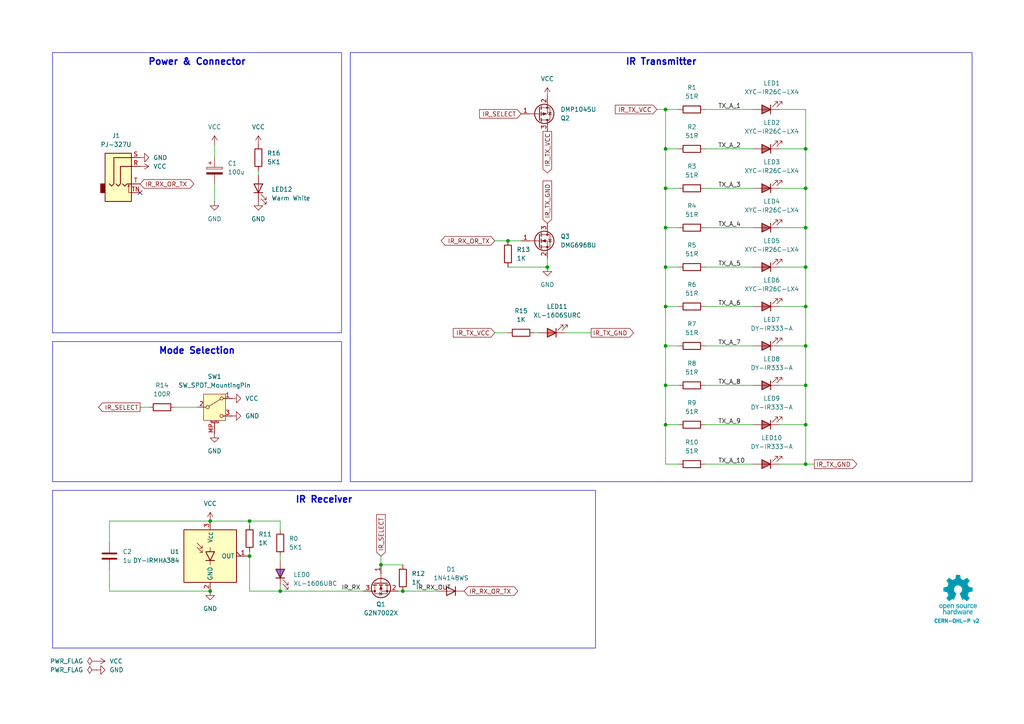
<source format=kicad_sch>
(kicad_sch (version 20231120) (generator "eeschema") (generator_version "8.0")
  (paper "A4")
  (lib_symbols
    (symbol "Device:C" (pin_numbers hide) (pin_names (offset 0.254))
      (property "Reference" "C" (at 0.635 2.54 0))
      (property "Value" "C" (at 0.635 -2.54 0))
      (symbol "C_0_1"
        (polyline (pts (xy -2.032 -0.762) (xy 2.032 -0.762)) (stroke (width 0.508)))
        (polyline (pts (xy -2.032 0.762) (xy 2.032 0.762)) (stroke (width 0.508)))
      )
      (symbol "C_1_1"
        (pin passive line (at 0 3.81 270) (length 2.794) (name "~") (number "1"))
        (pin passive line (at 0 -3.81 90) (length 2.794) (name "~") (number "2"))
      )
    )
    (symbol "Device:C_Polarized" (pin_numbers hide) (pin_names (offset 0.254))
      (property "Reference" "C" (at 0.635 2.54 0))
      (property "Value" "C_Polarized" (at 0.635 -2.54 0))
      (symbol "C_Polarized_0_1"
        (rectangle (start -2.286 0.508) (end 2.286 1.016))
        (polyline (pts (xy -1.778 2.286) (xy -0.762 2.286)))
        (polyline (pts (xy -1.27 2.794) (xy -1.27 1.778)))
        (rectangle (start 2.286 -0.508) (end -2.286 -1.016) (fill (type outline)))
      )
      (symbol "C_Polarized_1_1"
        (pin passive line (at 0 3.81 270) (length 2.794) (name "~") (number "1"))
        (pin passive line (at 0 -3.81 90) (length 2.794) (name "~") (number "2"))
      )
    )
    (symbol "Device:LED" (pin_numbers hide) (pin_names (offset 1.016) hide)
      (property "Reference" "D" (at 0 2.54 0))
      (property "Value" "LED" (at 0 -2.54 0))
      (symbol "LED_0_1"
        (polyline (pts (xy -1.27 -1.27) (xy -1.27 1.27)) (stroke (width 0.254)))
        (polyline (pts (xy -1.27 0) (xy 1.27 0)))
        (polyline (pts (xy 1.27 -1.27) (xy 1.27 1.27) (xy -1.27 0) (xy 1.27 -1.27)) (stroke (width 0.254)))
        (polyline (pts (xy -3.048 -0.762) (xy -4.572 -2.286) (xy -3.81 -2.286) (xy -4.572 -2.286) (xy -4.572 -1.524)))
        (polyline (pts (xy -1.778 -0.762) (xy -3.302 -2.286) (xy -2.54 -2.286) (xy -3.302 -2.286) (xy -3.302 -1.524)))
      )
      (symbol "LED_1_1"
        (pin passive line (at -3.81 0 0) (length 2.54) (name "K") (number "1"))
        (pin passive line (at 3.81 0 180) (length 2.54) (name "A") (number "2"))
      )
    )
    (symbol "Device:R" (pin_numbers hide) (pin_names (offset 0))
      (property "Reference" "R" (at 2.032 0 90))
      (property "Value" "R" (at 0 0 90))
      (symbol "R_0_1"
        (rectangle (start -1.016 -2.54) (end 1.016 2.54) (stroke (width 0.254)))
      )
      (symbol "R_1_1"
        (pin passive line (at 0 3.81 270) (length 1.27) (name "~") (number "1"))
        (pin passive line (at 0 -3.81 90) (length 1.27) (name "~") (number "2"))
      )
    )
    (symbol "Diode:1N4148WS" (pin_numbers hide) (pin_names hide)
      (property "Reference" "D" (at 0 2.54 0))
      (property "Value" "1N4148WS" (at 0 -2.54 0))
      (symbol "1N4148WS_0_1"
        (polyline (pts (xy -1.27 1.27) (xy -1.27 -1.27)) (stroke (width 0.254)))
        (polyline (pts (xy 1.27 0) (xy -1.27 0)))
        (polyline (pts (xy 1.27 1.27) (xy 1.27 -1.27) (xy -1.27 0) (xy 1.27 1.27)) (stroke (width 0.254)))
      )
      (symbol "1N4148WS_1_1"
        (pin passive line (at -3.81 0 0) (length 2.54) (name "K") (number "1"))
        (pin passive line (at 3.81 0 180) (length 2.54) (name "A") (number "2"))
      )
    )
    (symbol "connector:AudioJack3_SwitchT_PJ-327U"
      (property "Reference" "J" (at 0 8.89 0))
      (property "Value" "PJ-327U" (at 0 6.35 0))
      (symbol "AudioJack3_SwitchT_PJ-327U_0_1"
        (rectangle (start -5.08 -5.08) (end -6.35 -7.62) (stroke (width 0.254)) (fill (type outline)))
        (polyline (pts (xy 1.778 -5.334) (xy 2.032 -5.842)))
        (polyline (pts (xy 0 -5.08) (xy 0.635 -5.715) (xy 1.27 -5.08) (xy 2.54 -5.08)) (stroke (width 0.254)))
        (polyline (pts (xy 2.54 -7.62) (xy 1.778 -7.62) (xy 1.778 -5.334) (xy 1.524 -5.842)))
        (polyline (pts (xy -1.905 -5.08) (xy -1.27 -5.715) (xy -0.635 -5.08) (xy -0.635 0) (xy 2.54 0)) (stroke (width 0.254)))
        (polyline (pts (xy 2.54 2.54) (xy -2.54 2.54) (xy -2.54 -5.08) (xy -3.175 -5.715) (xy -3.81 -5.08)) (stroke (width 0.254)))
        (rectangle (start 2.54 3.81) (end -5.08 -10.16) (stroke (width 0.254)) (fill (type background)))
      )
      (symbol "AudioJack3_SwitchT_PJ-327U_1_1"
        (pin passive line (at 5.08 0 180) (length 2.54) (name "~") (number "R"))
        (pin passive line (at 5.08 2.54 180) (length 2.54) (name "~") (number "S"))
        (pin passive line (at 5.08 -5.08 180) (length 2.54) (name "~") (number "T"))
        (pin passive line (at 5.08 -7.62 180) (length 2.54) (name "~") (number "TN"))
      )
    )
    (symbol "discrete:DMG6968U" (pin_names hide)
      (property "Reference" "Q" (at 5.08 1.905 0))
      (property "Value" "DMG6968U" (at 5.08 0 0))
      (symbol "DMG6968U_0_1"
        (polyline (pts (xy 0.254 0) (xy -2.54 0)))
        (polyline (pts (xy 0.254 1.905) (xy 0.254 -1.905)) (stroke (width 0.254)))
        (polyline (pts (xy 0.762 -1.27) (xy 0.762 -2.286)) (stroke (width 0.254)))
        (polyline (pts (xy 0.762 0.508) (xy 0.762 -0.508)) (stroke (width 0.254)))
        (polyline (pts (xy 0.762 2.286) (xy 0.762 1.27)) (stroke (width 0.254)))
        (polyline (pts (xy 2.54 2.54) (xy 2.54 1.778)))
        (polyline (pts (xy 2.54 -2.54) (xy 2.54 0) (xy 0.762 0)))
        (polyline (pts (xy 0.762 -1.778) (xy 3.302 -1.778) (xy 3.302 1.778) (xy 0.762 1.778)))
        (polyline (pts (xy 1.016 0) (xy 2.032 0.381) (xy 2.032 -0.381) (xy 1.016 0)) (fill (type outline)))
        (polyline (pts (xy 2.794 0.508) (xy 2.921 0.381) (xy 3.683 0.381) (xy 3.81 0.254)))
        (polyline (pts (xy 3.302 0.381) (xy 2.921 -0.254) (xy 3.683 -0.254) (xy 3.302 0.381)))
        (circle (center 1.651 0) (radius 2.794) (stroke (width 0.254)))
        (circle (center 2.54 -1.778) (radius 0.254) (fill (type outline)))
        (circle (center 2.54 1.778) (radius 0.254) (fill (type outline)))
      )
      (symbol "DMG6968U_1_1"
        (pin input line (at -5.08 0 0) (length 2.54) (name "G") (number "1"))
        (pin passive line (at 2.54 -5.08 90) (length 2.54) (name "S") (number "2"))
        (pin passive line (at 2.54 5.08 270) (length 2.54) (name "D") (number "3"))
      )
    )
    (symbol "discrete:DMP1045U" (pin_names hide)
      (property "Reference" "Q" (at 5.08 1.905 0))
      (property "Value" "DMP1045U" (at 5.08 0 0))
      (symbol "DMP1045U_0_1"
        (polyline (pts (xy 0.254 0) (xy -2.54 0)))
        (polyline (pts (xy 0.254 1.905) (xy 0.254 -1.905)) (stroke (width 0.254)))
        (polyline (pts (xy 0.762 -1.27) (xy 0.762 -2.286)) (stroke (width 0.254)))
        (polyline (pts (xy 0.762 0.508) (xy 0.762 -0.508)) (stroke (width 0.254)))
        (polyline (pts (xy 0.762 2.286) (xy 0.762 1.27)) (stroke (width 0.254)))
        (polyline (pts (xy 2.54 2.54) (xy 2.54 1.778)))
        (polyline (pts (xy 2.54 -2.54) (xy 2.54 0) (xy 0.762 0)))
        (polyline (pts (xy 0.762 1.778) (xy 3.302 1.778) (xy 3.302 -1.778) (xy 0.762 -1.778)))
        (polyline (pts (xy 2.286 0) (xy 1.27 0.381) (xy 1.27 -0.381) (xy 2.286 0)) (fill (type outline)))
        (polyline (pts (xy 2.794 -0.508) (xy 2.921 -0.381) (xy 3.683 -0.381) (xy 3.81 -0.254)))
        (polyline (pts (xy 3.302 -0.381) (xy 2.921 0.254) (xy 3.683 0.254) (xy 3.302 -0.381)))
        (circle (center 1.651 0) (radius 2.794) (stroke (width 0.254)))
        (circle (center 2.54 -1.778) (radius 0.254) (fill (type outline)))
        (circle (center 2.54 1.778) (radius 0.254) (fill (type outline)))
      )
      (symbol "DMP1045U_1_1"
        (pin input line (at -5.08 0 0) (length 2.54) (name "G") (number "1"))
        (pin passive line (at 2.54 -5.08 90) (length 2.54) (name "S") (number "2"))
        (pin passive line (at 2.54 5.08 270) (length 2.54) (name "D") (number "3"))
      )
    )
    (symbol "discrete:DY-IR333-A" (pin_numbers hide) (pin_names (offset 1.016) hide)
      (property "Reference" "D" (at 0 2.54 0))
      (property "Value" "DY-IR333-A" (at 0 -2.54 0))
      (symbol "DY-IR333-A_0_1"
        (polyline (pts (xy -1.27 -1.27) (xy -1.27 1.27)) (stroke (width 0.254)))
        (polyline (pts (xy -3.048 -0.762) (xy -4.572 -2.286) (xy -3.81 -2.286) (xy -4.572 -2.286) (xy -4.572 -1.524)))
        (polyline (pts (xy -1.778 -0.762) (xy -3.302 -2.286) (xy -2.54 -2.286) (xy -3.302 -2.286) (xy -3.302 -1.524)))
      )
      (symbol "DY-IR333-A_1_1"
        (polyline (pts (xy -1.27 0) (xy 1.27 0)))
        (polyline (pts (xy 1.27 -1.27) (xy 1.27 1.27) (xy -1.27 0) (xy 1.27 -1.27)) (stroke (width 0.254)) (fill (type color) (color 132 0 0 0.5333333333)))
        (pin passive line (at -3.81 0 0) (length 2.54) (name "K") (number "1"))
        (pin passive line (at 3.81 0 180) (length 2.54) (name "A") (number "2"))
      )
    )
    (symbol "discrete:DY-IRMHA384"
      (property "Reference" "U" (at 2.54 12.7 0))
      (property "Value" "DY-IRMHA384" (at 2.54 10.16 0))
      (symbol "DY-IRMHA384_0_1"
        (polyline (pts (xy 0 -2.54) (xy 0 -1.27)))
        (polyline (pts (xy 0 1.27) (xy 0 2.54)))
        (polyline (pts (xy 1.27 -1.27) (xy -1.27 -1.27)) (stroke (width 0.254)))
        (polyline (pts (xy 1.27 1.27) (xy -1.27 1.27) (xy 0 -1.27) (xy 1.27 1.27)) (stroke (width 0.254)))
        (polyline (pts (xy -3.81 2.54) (xy -2.286 1.016) (xy -2.286 1.778) (xy -2.286 1.016) (xy -3.048 1.016)))
        (polyline (pts (xy -3.81 3.81) (xy -2.286 2.286) (xy -2.286 3.048) (xy -2.286 2.286) (xy -3.048 2.286)))
      )
      (symbol "DY-IRMHA384_1_1"
        (rectangle (start -7.62 7.62) (end 7.62 -7.62) (stroke (width 0.254)) (fill (type background)))
        (pin output output_low (at 11.43 0 180) (length 3.81) (name "OUT") (number "1"))
        (pin power_in line (at 0 -10.16 90) (length 2.54) (name "GND") (number "2"))
        (pin power_in line (at 0 10.16 270) (length 2.54) (name "V_{CC}") (number "3"))
      )
    )
    (symbol "discrete:G2N7002X" (pin_names hide)
      (property "Reference" "Q" (at 5.08 1.905 0))
      (property "Value" "G2N7002X" (at 5.08 0 0))
      (symbol "G2N7002X_0_1"
        (polyline (pts (xy 0.254 0) (xy -2.54 0)))
        (polyline (pts (xy 0.254 1.905) (xy 0.254 -1.905)) (stroke (width 0.254)))
        (polyline (pts (xy 0.762 -1.27) (xy 0.762 -2.286)) (stroke (width 0.254)))
        (polyline (pts (xy 0.762 0.508) (xy 0.762 -0.508)) (stroke (width 0.254)))
        (polyline (pts (xy 0.762 2.286) (xy 0.762 1.27)) (stroke (width 0.254)))
        (polyline (pts (xy 2.54 2.54) (xy 2.54 1.778)))
        (polyline (pts (xy 2.54 -2.54) (xy 2.54 0) (xy 0.762 0)))
        (polyline (pts (xy 0.762 -1.778) (xy 3.302 -1.778) (xy 3.302 1.778) (xy 0.762 1.778)))
        (polyline (pts (xy 1.016 0) (xy 2.032 0.381) (xy 2.032 -0.381) (xy 1.016 0)) (fill (type outline)))
        (polyline (pts (xy 2.794 0.508) (xy 2.921 0.381) (xy 3.683 0.381) (xy 3.81 0.254)))
        (polyline (pts (xy 3.302 0.381) (xy 2.921 -0.254) (xy 3.683 -0.254) (xy 3.302 0.381)))
        (circle (center 1.651 0) (radius 2.794) (stroke (width 0.254)))
        (circle (center 2.54 -1.778) (radius 0.254) (fill (type outline)))
        (circle (center 2.54 1.778) (radius 0.254) (fill (type outline)))
      )
      (symbol "G2N7002X_1_1"
        (pin input line (at -5.08 0 0) (length 2.54) (name "G") (number "1"))
        (pin passive line (at 2.54 -5.08 90) (length 2.54) (name "S") (number "2"))
        (pin passive line (at 2.54 5.08 270) (length 2.54) (name "D") (number "3"))
      )
    )
    (symbol "discrete:XL-1606SURC" (pin_numbers hide) (pin_names (offset 1.016) hide)
      (property "Reference" "D" (at 0 2.54 0))
      (property "Value" "XL-1606SURC" (at 0 -2.54 0))
      (symbol "XL-1606SURC_0_1"
        (polyline (pts (xy -1.27 -1.27) (xy -1.27 1.27)) (stroke (width 0.254)))
        (polyline (pts (xy -3.048 -0.762) (xy -4.572 -2.286) (xy -3.81 -2.286) (xy -4.572 -2.286) (xy -4.572 -1.524)))
        (polyline (pts (xy -1.778 -0.762) (xy -3.302 -2.286) (xy -2.54 -2.286) (xy -3.302 -2.286) (xy -3.302 -1.524)))
      )
      (symbol "XL-1606SURC_1_1"
        (polyline (pts (xy -1.27 0) (xy 1.27 0)))
        (polyline (pts (xy 1.27 -1.27) (xy 1.27 1.27) (xy -1.27 0) (xy 1.27 -1.27)) (stroke (width 0.254)) (fill (type color) (color 255 0 0 0.5019607843)))
        (pin passive line (at -3.81 0 0) (length 2.54) (name "K") (number "1"))
        (pin passive line (at 3.81 0 180) (length 2.54) (name "A") (number "2"))
      )
    )
    (symbol "discrete:XL-1606UBC" (pin_numbers hide) (pin_names (offset 1.016) hide)
      (property "Reference" "D" (at 0 2.54 0))
      (property "Value" "XL-1606UBC" (at 0 -2.54 0))
      (symbol "XL-1606UBC_0_1"
        (polyline (pts (xy -1.27 -1.27) (xy -1.27 1.27)) (stroke (width 0.254)))
        (polyline (pts (xy -3.048 -0.762) (xy -4.572 -2.286) (xy -3.81 -2.286) (xy -4.572 -2.286) (xy -4.572 -1.524)))
        (polyline (pts (xy -1.778 -0.762) (xy -3.302 -2.286) (xy -2.54 -2.286) (xy -3.302 -2.286) (xy -3.302 -1.524)))
      )
      (symbol "XL-1606UBC_1_1"
        (polyline (pts (xy -1.27 0) (xy 1.27 0)))
        (polyline (pts (xy 1.27 -1.27) (xy 1.27 1.27) (xy -1.27 0) (xy 1.27 -1.27)) (stroke (width 0.254)) (fill (type color) (color 0 0 255 0.5)))
        (pin passive line (at -3.81 0 0) (length 2.54) (name "K") (number "1"))
        (pin passive line (at 3.81 0 180) (length 2.54) (name "A") (number "2"))
      )
    )
    (symbol "discrete:XYC-IR26C-LX4" (pin_numbers hide) (pin_names (offset 1.016) hide)
      (property "Reference" "D" (at 0 2.54 0))
      (property "Value" "XYC-IR26C-LX4" (at 0 -2.54 0))
      (symbol "XYC-IR26C-LX4_0_1"
        (polyline (pts (xy -1.27 -1.27) (xy -1.27 1.27)) (stroke (width 0.254)))
        (polyline (pts (xy -3.048 -0.762) (xy -4.572 -2.286) (xy -3.81 -2.286) (xy -4.572 -2.286) (xy -4.572 -1.524)))
        (polyline (pts (xy -1.778 -0.762) (xy -3.302 -2.286) (xy -2.54 -2.286) (xy -3.302 -2.286) (xy -3.302 -1.524)))
      )
      (symbol "XYC-IR26C-LX4_1_1"
        (polyline (pts (xy -1.27 0) (xy 1.27 0)))
        (polyline (pts (xy 1.27 -1.27) (xy 1.27 1.27) (xy -1.27 0) (xy 1.27 -1.27)) (stroke (width 0.254)) (fill (type color) (color 132 0 0 0.5333333333)))
        (pin passive line (at -3.81 0 0) (length 2.54) (name "K") (number "1"))
        (pin passive line (at 3.81 0 180) (length 2.54) (name "A") (number "2"))
      )
    )
    (symbol "electromechanical:SW_SPDT_MountingPin" (pin_names (offset 0) hide)
      (property "Reference" "SW" (at 0 5.08 0))
      (property "Value" "SW_SPDT_MountingPin" (at 0 -5.08 0))
      (symbol "SW_SPDT_MountingPin_0_1"
        (circle (center -2.032 0) (radius 0.4572))
        (polyline (pts (xy -1.651 0.254) (xy 1.651 2.286)))
        (circle (center 2.032 -2.54) (radius 0.4572))
        (circle (center 2.032 2.54) (radius 0.4572))
      )
      (symbol "SW_SPDT_MountingPin_1_1"
        (rectangle (start -3.175 3.81) (end 3.175 -3.81) (fill (type background)))
        (polyline (pts (xy -1.016 -4.572) (xy 1.016 -4.572)) (stroke (width 0.1524)))
        (text "Mounting" (at 0 -4.191 0) (effects (font (size 0.381 0.381))))
        (pin passive line (at 5.08 2.54 180) (length 2.54) (name "A") (number "1"))
        (pin passive line (at -5.08 0 0) (length 2.54) (name "B") (number "2"))
        (pin passive line (at 5.08 -2.54 180) (length 2.54) (name "C") (number "3"))
        (pin passive line (at 0 -7.62 90) (length 3.048) (name "MountPin") (number "MP"))
      )
    )
    (symbol "power:+5V" (power) (pin_numbers hide) (pin_names (offset 0) hide)
      (property "Value" "+5V" (at 0 3.556 0))
      (symbol "+5V_0_1"
        (polyline (pts (xy -0.762 1.27) (xy 0 2.54)))
        (polyline (pts (xy 0 0) (xy 0 2.54)))
        (polyline (pts (xy 0 2.54) (xy 0.762 1.27)))
      )
      (symbol "+5V_1_1"
        (pin power_in line (at 0 0 90) (length 0) (name "~") (number "1"))
      )
    )
    (symbol "power:GND" (power) (pin_numbers hide) (pin_names (offset 0) hide)
      (property "Value" "GND" (at 0 -3.81 0))
      (symbol "GND_0_1"
        (polyline (pts (xy 0 0) (xy 0 -1.27) (xy 1.27 -1.27) (xy 0 -2.54) (xy -1.27 -1.27) (xy 0 -1.27)))
      )
      (symbol "GND_1_1"
        (pin power_in line (at 0 0 270) (length 0) (name "~") (number "1"))
      )
    )
    (symbol "power:PWR_FLAG" (power) (pin_numbers hide) (pin_names (offset 0) hide)
      (property "Value" "PWR_FLAG" (at 0 3.81 0))
      (symbol "PWR_FLAG_0_0"
        (pin power_out line (at 0 0 90) (length 0) (name "~") (number "1"))
      )
      (symbol "PWR_FLAG_0_1"
        (polyline (pts (xy 0 0) (xy 0 1.27) (xy -1.016 1.905) (xy 0 2.54) (xy 1.016 1.905) (xy 0 1.27)))
      )
    )
    (symbol "power:VCC" (power) (pin_numbers hide) (pin_names (offset 0) hide)
      (property "Value" "VCC" (at 0 3.556 0))
      (symbol "VCC_0_1"
        (polyline (pts (xy -0.762 1.27) (xy 0 2.54)))
        (polyline (pts (xy 0 0) (xy 0 2.54)))
        (polyline (pts (xy 0 2.54) (xy 0.762 1.27)))
      )
      (symbol "VCC_1_1"
        (pin power_in line (at 0 0 90) (length 0) (name "~") (number "1"))
      )
    )
  )
  (junction (at 60.96 171.45))
  (junction (at 233.68 134.62))
  (junction (at 233.68 66.04))
  (junction (at 193.04 123.19))
  (junction (at 193.04 111.76))
  (junction (at 233.68 100.33))
  (junction (at 233.68 54.61))
  (junction (at 233.68 43.18))
  (junction (at 158.75 77.47))
  (junction (at 60.96 151.13))
  (junction (at 193.04 43.18))
  (junction (at 116.84 171.45))
  (junction (at 233.68 123.19))
  (junction (at 193.04 88.9))
  (junction (at 110.49 163.83))
  (junction (at 72.39 151.13))
  (junction (at 147.32 69.85))
  (junction (at 233.68 77.47))
  (junction (at 193.04 31.75))
  (junction (at 193.04 66.04))
  (junction (at 193.04 54.61))
  (junction (at 193.04 100.33))
  (junction (at 193.04 77.47))
  (junction (at 81.28 171.45))
  (junction (at 233.68 88.9))
  (junction (at 72.39 161.29))
  (junction (at 233.68 111.76))
  (no_connect (at 40.64 55.88))
  (wire (pts (xy 62.23 53.34) (xy 62.23 58.42)))
  (wire (pts (xy 193.04 54.61) (xy 193.04 66.04)))
  (wire (pts (xy 116.84 171.45) (xy 115.57 171.45)))
  (wire (pts (xy 226.06 66.04) (xy 233.68 66.04)))
  (wire (pts (xy 158.75 77.47) (xy 147.32 77.47)))
  (wire (pts (xy 143.51 69.85) (xy 147.32 69.85)))
  (wire (pts (xy 154.94 96.52) (xy 156.21 96.52)))
  (wire (pts (xy 193.04 77.47) (xy 196.85 77.47)))
  (wire (pts (xy 116.84 171.45) (xy 127 171.45)))
  (wire (pts (xy 50.8 118.11) (xy 57.15 118.11)))
  (wire (pts (xy 226.06 111.76) (xy 233.68 111.76)))
  (wire (pts (xy 40.64 118.11) (xy 43.18 118.11)))
  (wire (pts (xy 193.04 31.75) (xy 193.04 43.18)))
  (wire (pts (xy 204.47 134.62) (xy 218.44 134.62)))
  (wire (pts (xy 193.04 43.18) (xy 193.04 54.61)))
  (wire (pts (xy 226.06 77.47) (xy 233.68 77.47)))
  (wire (pts (xy 204.47 54.61) (xy 218.44 54.61)))
  (wire (pts (xy 158.75 74.93) (xy 158.75 77.47)))
  (wire (pts (xy 204.47 43.18) (xy 218.44 43.18)))
  (wire (pts (xy 163.83 96.52) (xy 171.45 96.52)))
  (wire (pts (xy 143.51 96.52) (xy 147.32 96.52)))
  (wire (pts (xy 81.28 161.29) (xy 81.28 162.56)))
  (wire (pts (xy 193.04 111.76) (xy 196.85 111.76)))
  (wire (pts (xy 236.22 134.62) (xy 233.68 134.62)))
  (wire (pts (xy 74.93 49.53) (xy 74.93 50.8)))
  (wire (pts (xy 204.47 66.04) (xy 218.44 66.04)))
  (wire (pts (xy 226.06 88.9) (xy 233.68 88.9)))
  (wire (pts (xy 110.49 161.29) (xy 110.49 163.83)))
  (wire (pts (xy 193.04 66.04) (xy 193.04 77.47)))
  (wire (pts (xy 81.28 171.45) (xy 72.39 171.45)))
  (wire (pts (xy 31.75 171.45) (xy 60.96 171.45)))
  (wire (pts (xy 193.04 134.62) (xy 196.85 134.62)))
  (wire (pts (xy 226.06 134.62) (xy 233.68 134.62)))
  (wire (pts (xy 193.04 88.9) (xy 193.04 100.33)))
  (wire (pts (xy 81.28 170.18) (xy 81.28 171.45)))
  (wire (pts (xy 204.47 123.19) (xy 218.44 123.19)))
  (wire (pts (xy 226.06 100.33) (xy 233.68 100.33)))
  (wire (pts (xy 62.23 41.91) (xy 62.23 45.72)))
  (wire (pts (xy 147.32 69.85) (xy 151.13 69.85)))
  (wire (pts (xy 72.39 160.02) (xy 72.39 161.29)))
  (wire (pts (xy 193.04 77.47) (xy 193.04 88.9)))
  (wire (pts (xy 233.68 134.62) (xy 233.68 123.19)))
  (wire (pts (xy 72.39 161.29) (xy 72.39 171.45)))
  (wire (pts (xy 31.75 157.48) (xy 31.75 151.13)))
  (wire (pts (xy 204.47 88.9) (xy 218.44 88.9)))
  (wire (pts (xy 193.04 111.76) (xy 193.04 123.19)))
  (wire (pts (xy 204.47 100.33) (xy 218.44 100.33)))
  (wire (pts (xy 81.28 151.13) (xy 72.39 151.13)))
  (wire (pts (xy 233.68 54.61) (xy 233.68 43.18)))
  (wire (pts (xy 233.68 31.75) (xy 226.06 31.75)))
  (wire (pts (xy 81.28 151.13) (xy 81.28 153.67)))
  (wire (pts (xy 193.04 100.33) (xy 193.04 111.76)))
  (wire (pts (xy 72.39 152.4) (xy 72.39 151.13)))
  (wire (pts (xy 193.04 123.19) (xy 193.04 134.62)))
  (wire (pts (xy 193.04 31.75) (xy 196.85 31.75)))
  (wire (pts (xy 31.75 151.13) (xy 60.96 151.13)))
  (wire (pts (xy 193.04 43.18) (xy 196.85 43.18)))
  (wire (pts (xy 204.47 77.47) (xy 218.44 77.47)))
  (wire (pts (xy 233.68 43.18) (xy 233.68 31.75)))
  (wire (pts (xy 233.68 123.19) (xy 233.68 111.76)))
  (wire (pts (xy 193.04 100.33) (xy 196.85 100.33)))
  (wire (pts (xy 233.68 88.9) (xy 233.68 77.47)))
  (wire (pts (xy 233.68 100.33) (xy 233.68 88.9)))
  (wire (pts (xy 193.04 54.61) (xy 196.85 54.61)))
  (wire (pts (xy 204.47 111.76) (xy 218.44 111.76)))
  (wire (pts (xy 233.68 111.76) (xy 233.68 100.33)))
  (wire (pts (xy 81.28 171.45) (xy 105.41 171.45)))
  (wire (pts (xy 116.84 163.83) (xy 110.49 163.83)))
  (wire (pts (xy 190.5 31.75) (xy 193.04 31.75)))
  (wire (pts (xy 60.96 151.13) (xy 72.39 151.13)))
  (wire (pts (xy 226.06 43.18) (xy 233.68 43.18)))
  (wire (pts (xy 193.04 88.9) (xy 196.85 88.9)))
  (wire (pts (xy 233.68 66.04) (xy 233.68 54.61)))
  (wire (pts (xy 226.06 54.61) (xy 233.68 54.61)))
  (wire (pts (xy 233.68 77.47) (xy 233.68 66.04)))
  (wire (pts (xy 193.04 66.04) (xy 196.85 66.04)))
  (wire (pts (xy 204.47 31.75) (xy 218.44 31.75)))
  (wire (pts (xy 226.06 123.19) (xy 233.68 123.19)))
  (wire (pts (xy 31.75 165.1) (xy 31.75 171.45)))
  (wire (pts (xy 193.04 123.19) (xy 196.85 123.19)))
  (image (at 277.876 172.466) (scale 0.1691))
  (text_box "Power & Connector" (at 15.24 15.24 0) (size 83.82 81.28) (effects (font (size 1.905 1.905) (thickness 0.381) (bold yes)) (justify top)))
  (text_box "Mode Selection" (at 15.24 99.06 0) (size 83.82 40.64) (effects (font (size 1.905 1.905) (thickness 0.381) (bold yes)) (justify top)))
  (text_box "IR Receiver" (at 15.24 142.24 0) (size 157.48 45.72) (effects (font (size 1.905 1.905) (thickness 0.381) (bold yes)) (justify top)))
  (text_box "IR Transmitter" (at 101.6 15.24 0) (size 180.34 124.46) (effects (font (size 1.905 1.905) (thickness 0.381) (bold yes)) (justify top)))
  (text "CERN-OHL-P v2" (at 277.495 180.34 0) (effects (font (size 1.016 1.016) (thickness 0.4) (bold yes))))
  (label "TX_A_8" (at 208.28 111.76 0))
  (label "TX_A_3" (at 208.28 54.61 0))
  (label "IR_RX" (at 99.06 171.45 0))
  (label "TX_A_4" (at 208.28 66.04 0))
  (label "IR_RX_OUT" (at 120.65 171.45 0))
  (label "TX_A_5" (at 208.28 77.47 0))
  (label "TX_A_10" (at 208.28 134.62 0))
  (label "TX_A_7" (at 208.28 100.33 0))
  (label "TX_A_1" (at 208.28 31.75 0))
  (label "TX_A_9" (at 208.28 123.19 0))
  (label "TX_A_2" (at 208.28 43.18 0))
  (label "TX_A_6" (at 208.28 88.9 0))
  (global_label "IR_TX_VCC" (shape input) (at 143.51 96.52 180) (property "Intersheetrefs" "${INTERSHEET_REFS}" (effects (hide yes))))
  (global_label "IR_SELECT" (shape input) (at 110.49 161.29 90) (property "Intersheetrefs" "${INTERSHEET_REFS}" (effects (hide yes))))
  (global_label "IR_TX_GND" (shape output) (at 236.22 134.62 0) (property "Intersheetrefs" "${INTERSHEET_REFS}" (effects (hide yes))))
  (global_label "IR_RX_OR_TX" (shape bidirectional) (at 40.64 53.34 0) (property "Intersheetrefs" "${INTERSHEET_REFS}" (effects (hide yes))))
  (global_label "IR_TX_VCC" (shape output) (at 158.75 38.1 270) (property "Intersheetrefs" "${INTERSHEET_REFS}" (effects (hide yes))))
  (global_label "IR_TX_VCC" (shape input) (at 190.5 31.75 180) (property "Intersheetrefs" "${INTERSHEET_REFS}" (effects (hide yes))))
  (global_label "IR_RX_OR_TX" (shape bidirectional) (at 134.62 171.45 0) (property "Intersheetrefs" "${INTERSHEET_REFS}" (effects (hide yes))))
  (global_label "IR_RX_OR_TX" (shape bidirectional) (at 143.51 69.85 180) (property "Intersheetrefs" "${INTERSHEET_REFS}" (effects (hide yes))))
  (global_label "IR_SELECT" (shape input) (at 151.13 33.02 180) (property "Intersheetrefs" "${INTERSHEET_REFS}" (effects (hide yes))))
  (global_label "IR_TX_GND" (shape input) (at 158.75 64.77 90) (property "Intersheetrefs" "${INTERSHEET_REFS}" (effects (hide yes))))
  (global_label "IR_TX_GND" (shape output) (at 171.45 96.52 0) (property "Intersheetrefs" "${INTERSHEET_REFS}" (effects (hide yes))))
  (global_label "IR_SELECT" (shape output) (at 40.64 118.11 180) (property "Intersheetrefs" "${INTERSHEET_REFS}" (effects (hide yes))))
  (symbol (lib_id "Device:R") (at 200.66 43.18 90) (unit 1)
    (property "Reference" "R2" (at 200.66 36.83 90))
    (property "Value" "51R" (at 200.66 39.37 90))
    (property "Footprint" "Resistor_SMD:R_1206_3216Metric" (effects (hide yes)))
    (property "Description" "Resistor" (effects (hide yes)))
  )
  (symbol (lib_id "power:+5V") (at 60.96 151.13 0) (unit 1)
    (property "Reference" "#PWR01" (effects (hide yes)))
    (property "Value" "VCC" (at 60.96 146.05 0))
    (property "Description" "Power symbol creates a global label with name \"+5V\"" (effects (hide yes)))
  )
  (symbol (lib_id "power:VCC") (at 158.75 27.94 0) (unit 1)
    (property "Reference" "#PWR09" (effects (hide yes)))
    (property "Value" "VCC" (at 158.75 22.86 0))
    (property "Description" "Power symbol creates a global label with name \"VCC\"" (effects (hide yes)))
  )
  (symbol (lib_id "connector:AudioJack3_SwitchT_PJ-327U") (at 35.56 48.26 0) (unit 1)
    (property "Reference" "J1" (at 33.655 39.37 0))
    (property "Value" "PJ-327U" (at 33.655 41.91 0))
    (property "Footprint" "connector:Jack_3.5mm_PJ-327U-SMT_Horizontal_EdgeCut" (effects (hide yes)))
    (property "Description" "Audio Jack, 3 Poles (Stereo / TRS), Switched T Pole (Normalling)" (effects (hide yes)))
    (property "LCSC Part" "C397453" (effects (hide yes)))
  )
  (symbol (lib_id "Diode:1N4148WS") (at 130.81 171.45 180) (unit 1)
    (property "Reference" "D1" (at 130.81 165.1 0))
    (property "Value" "1N4148WS" (at 130.81 167.64 0))
    (property "Footprint" "package:D_SOD-323" (effects (hide yes)))
    (property "Datasheet" "https://www.vishay.com/docs/85751/1n4148ws.pdf" (effects (hide yes)))
    (property "Description" "75V 0.15A Fast switching Diode, SOD-323" (effects (hide yes)))
    (property "Sim.Device" "D" (effects (hide yes)))
    (property "Sim.Pins" "1=K 2=A" (effects (hide yes)))
  )
  (symbol (lib_id "electromechanical:SW_SPDT_MountingPin") (at 62.23 118.11 0) (unit 1)
    (property "Reference" "SW1" (at 62.23 109.22 0))
    (property "Value" "SW_SPDT_MountingPin" (at 62.23 111.76 0))
    (property "Footprint" "electromechanical:SW_Slide_SPDT_Straight_CK_OS102011MS2Q" (effects (hide yes)))
    (property "Description" "Switch, single pole double throw, with mounting pin" (effects (hide yes)))
  )
  (symbol (lib_id "discrete:DMG6968U") (at 156.21 69.85 0) (unit 1)
    (property "Reference" "Q3" (at 162.56 68.5799 0) (effects (justify left)))
    (property "Value" "DMG6968U" (at 162.56 71.1199 0) (effects (justify left)))
    (property "Footprint" "Package_TO_SOT_SMD:SOT-23" (effects (hide yes)))
    (property "Datasheet" "https://www.diodes.com/assets/Datasheets/DMG6968U.pdf" (effects (hide yes)))
    (property "Description" "6.5A Id, 20V Vds, N-Channel MOSFET, SOT-23" (effects (hide yes)))
    (property "LCSC Part" "C150759" (effects (hide yes)))
  )
  (symbol (lib_id "Device:R") (at 151.13 96.52 90) (unit 1)
    (property "Reference" "R15" (at 151.13 90.17 90))
    (property "Value" "1K" (at 151.13 92.71 90))
    (property "Footprint" "Resistor_SMD:R_0402_1005Metric" (effects (hide yes)))
    (property "Description" "Resistor" (effects (hide yes)))
  )
  (symbol (lib_id "discrete:DY-IR333-A") (at 222.25 100.33 180) (unit 1)
    (property "Reference" "LED7" (at 223.8375 92.71 0))
    (property "Value" "DY-IR333-A" (at 223.8375 95.25 0))
    (property "Footprint" "LED_THT:LED_D5.0mm_IRGrey" (effects (hide yes)))
    (property "Datasheet" "https://www.lcsc.com/datasheet/lcsc_datasheet_1912111437_TONYU-DY-IR333-A_C396674.pdf" (effects (hide yes)))
    (property "Description" "940nm IR LED, 5mm" (effects (hide yes)))
    (property "LCSC Part" "C396674" (effects (hide yes)))
  )
  (symbol (lib_id "discrete:DMP1045U") (at 156.21 33.02 0) (mirror x) (unit 1)
    (property "Reference" "Q2" (at 162.56 34.2901 0) (effects (justify left)))
    (property "Value" "DMP1045U" (at 162.56 31.7501 0) (effects (justify left)))
    (property "Footprint" "Package_TO_SOT_SMD:SOT-23" (effects (hide yes)))
    (property "Datasheet" "https://www.diodes.com/assets/Datasheets/DMP1045U.pdf" (effects (hide yes)))
    (property "Description" "-4.0A Id, -12V Vds, P-Channel MOSFET, SOT-23" (effects (hide yes)))
    (property "LCSC Part" "C177033" (effects (hide yes)))
  )
  (symbol (lib_id "Device:R") (at 147.32 73.66 180) (unit 1)
    (property "Reference" "R13" (at 149.86 72.3899 0) (effects (justify right)))
    (property "Value" "1K" (at 149.86 74.9299 0) (effects (justify right)))
    (property "Footprint" "Resistor_SMD:R_0402_1005Metric" (effects (hide yes)))
    (property "Description" "Resistor" (effects (hide yes)))
  )
  (symbol (lib_id "Device:C_Polarized") (at 62.23 49.53 0) (unit 1)
    (property "Reference" "C1" (at 66.04 47.3709 0) (effects (justify left)))
    (property "Value" "100u" (at 66.04 49.9109 0) (effects (justify left)))
    (property "Footprint" "Capacitor_SMD:CP_Elec_5x5.4" (effects (hide yes)))
    (property "Description" "Polarized capacitor" (effects (hide yes)))
  )
  (symbol (lib_id "Device:R") (at 200.66 123.19 90) (unit 1)
    (property "Reference" "R9" (at 200.66 116.84 90))
    (property "Value" "51R" (at 200.66 119.38 90))
    (property "Footprint" "Resistor_SMD:R_1206_3216Metric" (effects (hide yes)))
    (property "Description" "Resistor" (effects (hide yes)))
  )
  (symbol (lib_id "Device:R") (at 200.66 66.04 90) (unit 1)
    (property "Reference" "R4" (at 200.66 59.69 90))
    (property "Value" "51R" (at 200.66 62.23 90))
    (property "Footprint" "Resistor_SMD:R_1206_3216Metric" (effects (hide yes)))
    (property "Description" "Resistor" (effects (hide yes)))
  )
  (symbol (lib_id "Device:R") (at 200.66 88.9 90) (unit 1)
    (property "Reference" "R6" (at 200.66 82.55 90))
    (property "Value" "51R" (at 200.66 85.09 90))
    (property "Footprint" "Resistor_SMD:R_1206_3216Metric" (effects (hide yes)))
    (property "Description" "Resistor" (effects (hide yes)))
  )
  (symbol (lib_id "discrete:G2N7002X") (at 110.49 168.91 90) (mirror x) (unit 1)
    (property "Reference" "Q1" (at 110.49 175.26 90))
    (property "Value" "G2N7002X" (at 110.49 177.8 90))
    (property "Footprint" "package:SOT-523" (effects (hide yes)))
    (property "Datasheet" "https://www.lcsc.com/datasheet/lcsc_datasheet_2410121447_GOFORD-G2N7002X_C5258971.pdf" (effects (hide yes)))
    (property "Description" "0.340A Id, 60V Vds, N-Channel MOSFET, SOT-523" (effects (hide yes)))
    (property "LCSC Part" "C5258971" (effects (hide yes)))
  )
  (symbol (lib_id "discrete:DY-IRMHA384") (at 60.96 161.29 0) (unit 1)
    (property "Reference" "U1" (at 52.07 160.0199 0) (effects (justify right)))
    (property "Value" "DY-IRMHA384" (at 52.07 162.5599 0) (effects (justify right)))
    (property "Footprint" "package:IRM_5.0mmx4.2mm_P1.27mm_Horizontal" (effects (hide yes)))
    (property "Datasheet" "https://www.lcsc.com/datasheet/lcsc_datasheet_2306011403_TONYU-DY-IRMHA384-T05-2KB_C6071554.pdf" (effects (hide yes)))
    (property "Description" "38kHz 18m ±45° 2.7V-5.5V Infrared Receiver Module (IRM)" (effects (hide yes)))
    (property "LCSC Part" "C6071554" (effects (hide yes)))
  )
  (symbol (lib_id "discrete:DY-IR333-A") (at 222.25 111.76 180) (unit 1)
    (property "Reference" "LED8" (at 223.8375 104.14 0))
    (property "Value" "DY-IR333-A" (at 223.8375 106.68 0))
    (property "Footprint" "LED_THT:LED_D5.0mm_IRGrey" (effects (hide yes)))
    (property "Datasheet" "https://www.lcsc.com/datasheet/lcsc_datasheet_1912111437_TONYU-DY-IR333-A_C396674.pdf" (effects (hide yes)))
    (property "Description" "940nm IR LED, 5mm" (effects (hide yes)))
    (property "LCSC Part" "C396674" (effects (hide yes)))
  )
  (symbol (lib_id "discrete:XL-1606SURC") (at 160.02 96.52 180) (unit 1)
    (property "Reference" "LED11" (at 161.6075 88.9 0))
    (property "Value" "XL-1606SURC" (at 161.6075 91.44 0))
    (property "Footprint" "discrete:LED_SideEmitter_1.7x1.1mm" (effects (hide yes)))
    (property "Datasheet" "https://www.lcsc.com/datasheet/lcsc_datasheet_2410121310_XINGLIGHT-XL-1606SURC_C965860.pdf" (effects (hide yes)))
    (property "Description" "Light emitting diode, Red, Side-Emitter package" (effects (hide yes)))
    (property "LCSC Part" "C965860" (effects (hide yes)))
  )
  (symbol (lib_id "Device:R") (at 46.99 118.11 90) (unit 1)
    (property "Reference" "R14" (at 46.99 111.76 90))
    (property "Value" "100R" (at 46.99 114.3 90))
    (property "Footprint" "discrete:R_0603_1608Metric" (effects (hide yes)))
    (property "Description" "Resistor" (effects (hide yes)))
  )
  (symbol (lib_id "Device:R") (at 74.93 45.72 180) (unit 1)
    (property "Reference" "R16" (at 77.47 44.4499 0) (effects (justify right)))
    (property "Value" "5K1" (at 77.47 46.9899 0) (effects (justify right)))
    (property "Footprint" "Resistor_SMD:R_0402_1005Metric" (effects (hide yes)))
    (property "Description" "Resistor" (effects (hide yes)))
  )
  (symbol (lib_id "power:GND") (at 158.75 77.47 0) (unit 1)
    (property "Reference" "#PWR07" (effects (hide yes)))
    (property "Value" "GND" (at 158.75 82.55 0))
    (property "Description" "Power symbol creates a global label with name \"GND\" , ground" (effects (hide yes)))
  )
  (symbol (lib_id "Device:R") (at 200.66 100.33 90) (unit 1)
    (property "Reference" "R7" (at 200.66 93.98 90))
    (property "Value" "51R" (at 200.66 96.52 90))
    (property "Footprint" "Resistor_SMD:R_1206_3216Metric" (effects (hide yes)))
    (property "Description" "Resistor" (effects (hide yes)))
  )
  (symbol (lib_id "discrete:XYC-IR26C-LX4") (at 222.25 54.61 180) (unit 1)
    (property "Reference" "LED3" (at 223.8375 46.99 0))
    (property "Value" "XYC-IR26C-LX4" (at 223.8375 49.53 0))
    (property "Footprint" "discrete:LED_IR_SideEmitter_1206_3216Metric" (effects (hide yes)))
    (property "Datasheet" "https://www.lcsc.com/datasheet/lcsc_datasheet_2106062311_NEWOPTO-XYC-IR26C-LX4_C2693592.pdf" (effects (hide yes)))
    (property "Description" "940nm IR LED, 1206, Vertical or Side-Emitter package" (effects (hide yes)))
    (property "LCSC Part" "C396674" (effects (hide yes)))
  )
  (symbol (lib_id "power:VCC") (at 74.93 41.91 0) (unit 1)
    (property "Reference" "#PWR010" (effects (hide yes)))
    (property "Value" "VCC" (at 74.93 36.83 0))
    (property "Description" "Power symbol creates a global label with name \"VCC\"" (effects (hide yes)))
  )
  (symbol (lib_id "power:GND") (at 27.94 194.31 90) (unit 1)
    (property "Reference" "#PWR02" (effects (hide yes)))
    (property "Value" "GND" (at 31.75 194.3099 90) (effects (justify right)))
    (property "Description" "Power symbol creates a global label with name \"GND\" , ground" (effects (hide yes)))
  )
  (symbol (lib_id "power:GND") (at 40.64 45.72 90) (unit 1)
    (property "Reference" "#PWR06" (effects (hide yes)))
    (property "Value" "GND" (at 44.45 45.7199 90) (effects (justify right)))
    (property "Description" "Power symbol creates a global label with name \"GND\" , ground" (effects (hide yes)))
  )
  (symbol (lib_id "discrete:XL-1606UBC") (at 81.28 166.37 90) (unit 1)
    (property "Reference" "LED0" (at 85.09 166.6874 90) (effects (justify right)))
    (property "Value" "XL-1606UBC" (at 85.09 169.2274 90) (effects (justify right)))
    (property "Footprint" "discrete:LED_SideEmitter_1.7x1.1mm" (effects (hide yes)))
    (property "Datasheet" "https://www.lcsc.com/datasheet/lcsc_datasheet_2402181506_XINGLIGHT-XL-1606UBC_C965865.pdf" (effects (hide yes)))
    (property "Description" "Light emitting diode, Blue, Side-Emitter package" (effects (hide yes)))
    (property "LCSC Part" "C965865" (effects (hide yes)))
  )
  (symbol (lib_id "power:VCC") (at 27.94 191.77 270) (unit 1)
    (property "Reference" "#PWR03" (effects (hide yes)))
    (property "Value" "VCC" (at 31.75 191.7699 90) (effects (justify left)))
    (property "Description" "Power symbol creates a global label with name \"VCC\"" (effects (hide yes)))
  )
  (symbol (lib_id "discrete:XYC-IR26C-LX4") (at 222.25 43.18 180) (unit 1)
    (property "Reference" "LED2" (at 223.8375 35.56 0))
    (property "Value" "XYC-IR26C-LX4" (at 223.8375 38.1 0))
    (property "Footprint" "discrete:LED_IR_SideEmitter_1206_3216Metric" (effects (hide yes)))
    (property "Datasheet" "https://www.lcsc.com/datasheet/lcsc_datasheet_2106062311_NEWOPTO-XYC-IR26C-LX4_C2693592.pdf" (effects (hide yes)))
    (property "Description" "940nm IR LED, 1206, Vertical or Side-Emitter package" (effects (hide yes)))
    (property "LCSC Part" "C396674" (effects (hide yes)))
  )
  (symbol (lib_id "Device:R") (at 200.66 54.61 90) (unit 1)
    (property "Reference" "R3" (at 200.66 48.26 90))
    (property "Value" "51R" (at 200.66 50.8 90))
    (property "Footprint" "Resistor_SMD:R_1206_3216Metric" (effects (hide yes)))
    (property "Description" "Resistor" (effects (hide yes)))
  )
  (symbol (lib_id "power:GND") (at 67.31 120.65 90) (unit 1)
    (property "Reference" "#PWR011" (effects (hide yes)))
    (property "Value" "GND" (at 71.12 120.6499 90) (effects (justify right)))
    (property "Description" "Power symbol creates a global label with name \"GND\" , ground" (effects (hide yes)))
  )
  (symbol (lib_id "discrete:XYC-IR26C-LX4") (at 222.25 88.9 180) (unit 1)
    (property "Reference" "LED6" (at 223.8375 81.28 0))
    (property "Value" "XYC-IR26C-LX4" (at 223.8375 83.82 0))
    (property "Footprint" "discrete:LED_IR_SideEmitter_1206_3216Metric" (effects (hide yes)))
    (property "Datasheet" "https://www.lcsc.com/datasheet/lcsc_datasheet_2106062311_NEWOPTO-XYC-IR26C-LX4_C2693592.pdf" (effects (hide yes)))
    (property "Description" "940nm IR LED, 1206, Vertical or Side-Emitter package" (effects (hide yes)))
    (property "LCSC Part" "C396674" (effects (hide yes)))
  )
  (symbol (lib_id "power:GND") (at 62.23 58.42 0) (unit 1)
    (property "Reference" "#PWR014" (effects (hide yes)))
    (property "Value" "GND" (at 62.23 63.5 0))
    (property "Description" "Power symbol creates a global label with name \"GND\" , ground" (effects (hide yes)))
  )
  (symbol (lib_id "power:GND") (at 67.31 115.57 90) (unit 1)
    (property "Reference" "#PWR08" (effects (hide yes)))
    (property "Value" "VCC" (at 71.12 115.5699 90) (effects (justify right)))
    (property "Description" "Power symbol creates a global label with name \"GND\" , ground" (effects (hide yes)))
  )
  (symbol (lib_id "power:VCC") (at 40.64 48.26 270) (unit 1)
    (property "Reference" "#PWR05" (effects (hide yes)))
    (property "Value" "VCC" (at 44.45 48.2599 90) (effects (justify left)))
    (property "Description" "Power symbol creates a global label with name \"VCC\"" (effects (hide yes)))
  )
  (symbol (lib_id "power:PWR_FLAG") (at 27.94 191.77 90) (unit 1)
    (property "Reference" "#FLG03" (effects (hide yes)))
    (property "Value" "PWR_FLAG" (at 24.13 191.7699 90) (effects (justify left)))
    (property "Description" "Special symbol for telling ERC where power comes from" (effects (hide yes)))
  )
  (symbol (lib_id "power:GND") (at 74.93 58.42 0) (unit 1)
    (property "Reference" "#PWR012" (effects (hide yes)))
    (property "Value" "GND" (at 74.93 63.5 0))
    (property "Description" "Power symbol creates a global label with name \"GND\" , ground" (effects (hide yes)))
  )
  (symbol (lib_id "Device:R") (at 200.66 134.62 90) (unit 1)
    (property "Reference" "R10" (at 200.66 128.27 90))
    (property "Value" "51R" (at 200.66 130.81 90))
    (property "Footprint" "Resistor_SMD:R_1206_3216Metric" (effects (hide yes)))
    (property "Description" "Resistor" (effects (hide yes)))
  )
  (symbol (lib_id "Device:LED") (at 74.93 54.61 90) (unit 1)
    (property "Reference" "LED12" (at 78.74 54.9274 90) (effects (justify right)))
    (property "Value" "Warm White" (at 78.74 57.4674 90) (effects (justify right)))
    (property "Footprint" "discrete:LED_0603_1608Metric" (effects (hide yes)))
    (property "Description" "Light emitting diode" (effects (hide yes)))
  )
  (symbol (lib_id "Device:R") (at 81.28 157.48 180) (unit 1)
    (property "Reference" "R0" (at 83.82 156.2099 0) (effects (justify right)))
    (property "Value" "5K1" (at 83.82 158.7499 0) (effects (justify right)))
    (property "Footprint" "Resistor_SMD:R_0402_1005Metric" (effects (hide yes)))
    (property "Description" "Resistor" (effects (hide yes)))
  )
  (symbol (lib_id "discrete:XYC-IR26C-LX4") (at 222.25 66.04 180) (unit 1)
    (property "Reference" "LED4" (at 223.8375 58.42 0))
    (property "Value" "XYC-IR26C-LX4" (at 223.8375 60.96 0))
    (property "Footprint" "discrete:LED_IR_SideEmitter_1206_3216Metric" (effects (hide yes)))
    (property "Datasheet" "https://www.lcsc.com/datasheet/lcsc_datasheet_2106062311_NEWOPTO-XYC-IR26C-LX4_C2693592.pdf" (effects (hide yes)))
    (property "Description" "940nm IR LED, 1206, Vertical or Side-Emitter package" (effects (hide yes)))
    (property "LCSC Part" "C396674" (effects (hide yes)))
  )
  (symbol (lib_id "power:PWR_FLAG") (at 27.94 194.31 90) (unit 1)
    (property "Reference" "#FLG02" (effects (hide yes)))
    (property "Value" "PWR_FLAG" (at 24.13 194.3099 90) (effects (justify left)))
    (property "Description" "Special symbol for telling ERC where power comes from" (effects (hide yes)))
  )
  (symbol (lib_id "power:VCC") (at 62.23 41.91 0) (unit 1)
    (property "Reference" "#PWR013" (effects (hide yes)))
    (property "Value" "VCC" (at 62.23 36.83 0))
    (property "Description" "Power symbol creates a global label with name \"VCC\"" (effects (hide yes)))
  )
  (symbol (lib_id "Device:R") (at 116.84 167.64 180) (unit 1)
    (property "Reference" "R12" (at 119.38 166.3699 0) (effects (justify right)))
    (property "Value" "1K" (at 119.38 168.9099 0) (effects (justify right)))
    (property "Footprint" "Resistor_SMD:R_0402_1005Metric" (effects (hide yes)))
    (property "Description" "Resistor" (effects (hide yes)))
  )
  (symbol (lib_id "discrete:DY-IR333-A") (at 222.25 134.62 180) (unit 1)
    (property "Reference" "LED10" (at 223.8375 127 0))
    (property "Value" "DY-IR333-A" (at 223.8375 129.54 0))
    (property "Footprint" "LED_THT:LED_D5.0mm_IRGrey" (effects (hide yes)))
    (property "Datasheet" "https://www.lcsc.com/datasheet/lcsc_datasheet_1912111437_TONYU-DY-IR333-A_C396674.pdf" (effects (hide yes)))
    (property "Description" "940nm IR LED, 5mm" (effects (hide yes)))
    (property "LCSC Part" "C396674" (effects (hide yes)))
  )
  (symbol (lib_id "power:GND") (at 62.23 125.73 0) (unit 1)
    (property "Reference" "#PWR017" (effects (hide yes)))
    (property "Value" "GND" (at 62.23 130.81 0))
    (property "Description" "Power symbol creates a global label with name \"GND\" , ground" (effects (hide yes)))
  )
  (symbol (lib_id "Device:R") (at 200.66 111.76 90) (unit 1)
    (property "Reference" "R8" (at 200.66 105.41 90))
    (property "Value" "51R" (at 200.66 107.95 90))
    (property "Footprint" "Resistor_SMD:R_1206_3216Metric" (effects (hide yes)))
    (property "Description" "Resistor" (effects (hide yes)))
  )
  (symbol (lib_id "Device:C") (at 31.75 161.29 0) (unit 1)
    (property "Reference" "C2" (at 35.56 160.0199 0) (effects (justify left)))
    (property "Value" "1u" (at 35.56 162.5599 0) (effects (justify left)))
    (property "Footprint" "discrete:C_0402_1005Metric" (effects (hide yes)))
    (property "Description" "Unpolarized capacitor" (effects (hide yes)))
  )
  (symbol (lib_id "Device:R") (at 72.39 156.21 180) (unit 1)
    (property "Reference" "R11" (at 74.93 154.9399 0) (effects (justify right)))
    (property "Value" "1K" (at 74.93 157.4799 0) (effects (justify right)))
    (property "Footprint" "Resistor_SMD:R_0402_1005Metric" (effects (hide yes)))
    (property "Description" "Resistor" (effects (hide yes)))
  )
  (symbol (lib_id "discrete:XYC-IR26C-LX4") (at 222.25 77.47 180) (unit 1)
    (property "Reference" "LED5" (at 223.8375 69.85 0))
    (property "Value" "XYC-IR26C-LX4" (at 223.8375 72.39 0))
    (property "Footprint" "discrete:LED_IR_SideEmitter_1206_3216Metric" (effects (hide yes)))
    (property "Datasheet" "https://www.lcsc.com/datasheet/lcsc_datasheet_2106062311_NEWOPTO-XYC-IR26C-LX4_C2693592.pdf" (effects (hide yes)))
    (property "Description" "940nm IR LED, 1206, Vertical or Side-Emitter package" (effects (hide yes)))
    (property "LCSC Part" "C396674" (effects (hide yes)))
  )
  (symbol (lib_id "Device:R") (at 200.66 31.75 90) (unit 1)
    (property "Reference" "R1" (at 200.66 25.4 90))
    (property "Value" "51R" (at 200.66 27.94 90))
    (property "Footprint" "Resistor_SMD:R_1206_3216Metric" (effects (hide yes)))
    (property "Description" "Resistor" (effects (hide yes)))
  )
  (symbol (lib_id "power:GND") (at 60.96 171.45 0) (unit 1)
    (property "Reference" "#PWR04" (effects (hide yes)))
    (property "Value" "GND" (at 60.96 176.53 0))
    (property "Description" "Power symbol creates a global label with name \"GND\" , ground" (effects (hide yes)))
  )
  (symbol (lib_id "discrete:XYC-IR26C-LX4") (at 222.25 31.75 180) (unit 1)
    (property "Reference" "LED1" (at 223.8375 24.13 0))
    (property "Value" "XYC-IR26C-LX4" (at 223.8375 26.67 0))
    (property "Footprint" "discrete:LED_IR_SideEmitter_1206_3216Metric" (effects (hide yes)))
    (property "Datasheet" "https://www.lcsc.com/datasheet/lcsc_datasheet_2106062311_NEWOPTO-XYC-IR26C-LX4_C2693592.pdf" (effects (hide yes)))
    (property "Description" "940nm IR LED, 1206, Vertical or Side-Emitter package" (effects (hide yes)))
    (property "LCSC Part" "C396674" (effects (hide yes)))
  )
  (symbol (lib_id "discrete:DY-IR333-A") (at 222.25 123.19 180) (unit 1)
    (property "Reference" "LED9" (at 223.8375 115.57 0))
    (property "Value" "DY-IR333-A" (at 223.8375 118.11 0))
    (property "Footprint" "LED_THT:LED_D5.0mm_IRGrey" (effects (hide yes)))
    (property "Datasheet" "https://www.lcsc.com/datasheet/lcsc_datasheet_1912111437_TONYU-DY-IR333-A_C396674.pdf" (effects (hide yes)))
    (property "Description" "940nm IR LED, 5mm" (effects (hide yes)))
    (property "LCSC Part" "C396674" (effects (hide yes)))
  )
  (symbol (lib_id "Device:R") (at 200.66 77.47 90) (unit 1)
    (property "Reference" "R5" (at 200.66 71.12 90))
    (property "Value" "51R" (at 200.66 73.66 90))
    (property "Footprint" "Resistor_SMD:R_1206_3216Metric" (effects (hide yes)))
    (property "Description" "Resistor" (effects (hide yes)))
  )
)
</source>
